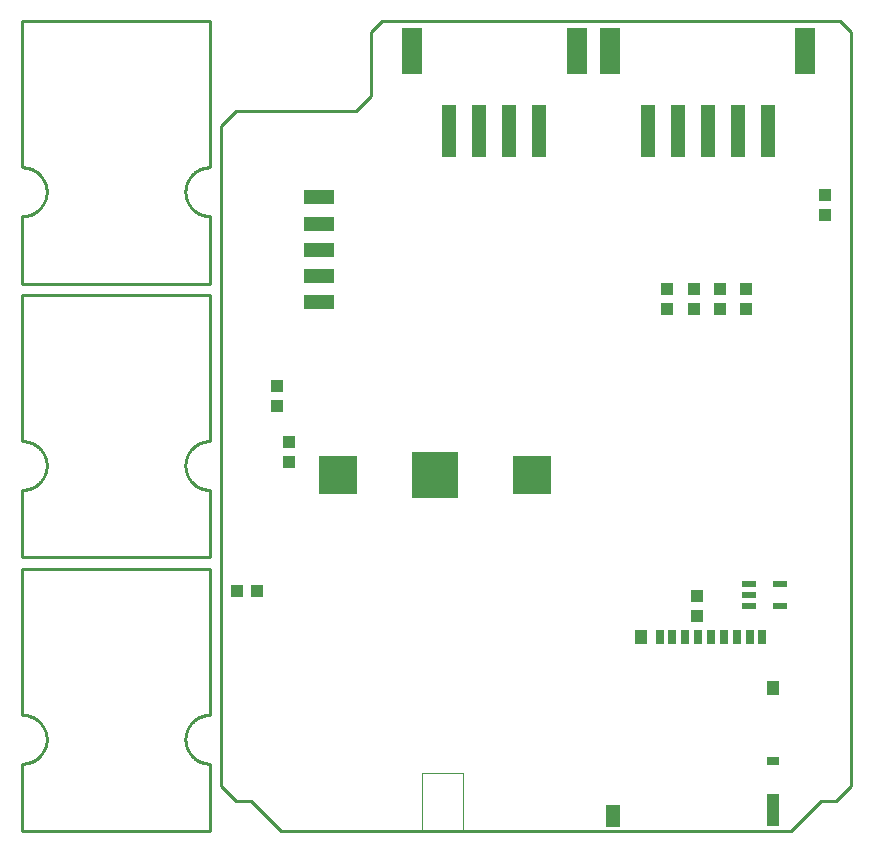
<source format=gbp>
G75*
%MOIN*%
%OFA0B0*%
%FSLAX25Y25*%
%IPPOS*%
%LPD*%
%AMOC8*
5,1,8,0,0,1.08239X$1,22.5*
%
%ADD10C,0.01000*%
%ADD11R,0.04331X0.03937*%
%ADD12R,0.03937X0.04331*%
%ADD13R,0.15354X0.15354*%
%ADD14R,0.12598X0.12598*%
%ADD15R,0.04724X0.02165*%
%ADD16R,0.02756X0.04724*%
%ADD17R,0.03937X0.04724*%
%ADD18R,0.03937X0.03150*%
%ADD19R,0.03937X0.11024*%
%ADD20R,0.05118X0.07480*%
%ADD21C,0.00000*%
%ADD22R,0.07087X0.15354*%
%ADD23R,0.05118X0.17717*%
%ADD24R,0.10000X0.05000*%
D10*
X0001500Y0005344D02*
X0001500Y0027844D01*
X0001698Y0027846D01*
X0001896Y0027854D01*
X0002093Y0027866D01*
X0002290Y0027883D01*
X0002487Y0027904D01*
X0002683Y0027931D01*
X0002878Y0027962D01*
X0003073Y0027998D01*
X0003267Y0028038D01*
X0003459Y0028084D01*
X0003651Y0028134D01*
X0003841Y0028188D01*
X0004030Y0028248D01*
X0004217Y0028312D01*
X0004403Y0028380D01*
X0004586Y0028453D01*
X0004769Y0028530D01*
X0004949Y0028612D01*
X0005127Y0028698D01*
X0005303Y0028789D01*
X0005477Y0028884D01*
X0005648Y0028983D01*
X0005817Y0029086D01*
X0005983Y0029193D01*
X0006147Y0029304D01*
X0006308Y0029419D01*
X0006466Y0029538D01*
X0006621Y0029661D01*
X0006773Y0029787D01*
X0006922Y0029918D01*
X0007068Y0030052D01*
X0007210Y0030189D01*
X0007349Y0030330D01*
X0007485Y0030474D01*
X0007617Y0030621D01*
X0007745Y0030772D01*
X0007870Y0030925D01*
X0007991Y0031082D01*
X0008108Y0031241D01*
X0008221Y0031404D01*
X0008330Y0031569D01*
X0008435Y0031736D01*
X0008536Y0031907D01*
X0008633Y0032079D01*
X0008726Y0032254D01*
X0008814Y0032431D01*
X0008898Y0032610D01*
X0008978Y0032791D01*
X0009053Y0032974D01*
X0009124Y0033159D01*
X0009190Y0033346D01*
X0009251Y0033534D01*
X0009308Y0033723D01*
X0009361Y0033914D01*
X0009409Y0034106D01*
X0009452Y0034299D01*
X0009490Y0034493D01*
X0009523Y0034688D01*
X0009552Y0034884D01*
X0009576Y0035080D01*
X0009596Y0035277D01*
X0009610Y0035475D01*
X0009620Y0035672D01*
X0009624Y0035870D01*
X0009624Y0036068D01*
X0009620Y0036266D01*
X0009610Y0036463D01*
X0009596Y0036661D01*
X0009576Y0036858D01*
X0009552Y0037054D01*
X0009523Y0037250D01*
X0009490Y0037445D01*
X0009452Y0037639D01*
X0009409Y0037832D01*
X0009361Y0038024D01*
X0009308Y0038215D01*
X0009251Y0038404D01*
X0009190Y0038592D01*
X0009124Y0038779D01*
X0009053Y0038964D01*
X0008978Y0039147D01*
X0008898Y0039328D01*
X0008814Y0039507D01*
X0008726Y0039684D01*
X0008633Y0039859D01*
X0008536Y0040032D01*
X0008435Y0040202D01*
X0008330Y0040369D01*
X0008221Y0040534D01*
X0008108Y0040697D01*
X0007991Y0040856D01*
X0007870Y0041013D01*
X0007745Y0041166D01*
X0007617Y0041317D01*
X0007485Y0041464D01*
X0007349Y0041608D01*
X0007210Y0041749D01*
X0007068Y0041886D01*
X0006922Y0042020D01*
X0006773Y0042151D01*
X0006621Y0042277D01*
X0006466Y0042400D01*
X0006308Y0042519D01*
X0006147Y0042634D01*
X0005983Y0042745D01*
X0005817Y0042852D01*
X0005648Y0042955D01*
X0005477Y0043054D01*
X0005303Y0043149D01*
X0005127Y0043240D01*
X0004949Y0043326D01*
X0004769Y0043408D01*
X0004586Y0043485D01*
X0004403Y0043558D01*
X0004217Y0043626D01*
X0004030Y0043690D01*
X0003841Y0043750D01*
X0003651Y0043804D01*
X0003459Y0043854D01*
X0003267Y0043900D01*
X0003073Y0043940D01*
X0002878Y0043976D01*
X0002683Y0044007D01*
X0002487Y0044034D01*
X0002290Y0044055D01*
X0002093Y0044072D01*
X0001896Y0044084D01*
X0001698Y0044092D01*
X0001500Y0044094D01*
X0001500Y0092844D01*
X0064000Y0092844D01*
X0064000Y0044094D01*
X0063802Y0044092D01*
X0063604Y0044084D01*
X0063407Y0044072D01*
X0063210Y0044055D01*
X0063013Y0044034D01*
X0062817Y0044007D01*
X0062622Y0043976D01*
X0062427Y0043940D01*
X0062233Y0043900D01*
X0062041Y0043854D01*
X0061849Y0043804D01*
X0061659Y0043750D01*
X0061470Y0043690D01*
X0061283Y0043626D01*
X0061097Y0043558D01*
X0060914Y0043485D01*
X0060731Y0043408D01*
X0060551Y0043326D01*
X0060373Y0043240D01*
X0060197Y0043149D01*
X0060023Y0043054D01*
X0059852Y0042955D01*
X0059683Y0042852D01*
X0059517Y0042745D01*
X0059353Y0042634D01*
X0059192Y0042519D01*
X0059034Y0042400D01*
X0058879Y0042277D01*
X0058727Y0042151D01*
X0058578Y0042020D01*
X0058432Y0041886D01*
X0058290Y0041749D01*
X0058151Y0041608D01*
X0058015Y0041464D01*
X0057883Y0041317D01*
X0057755Y0041166D01*
X0057630Y0041013D01*
X0057509Y0040856D01*
X0057392Y0040697D01*
X0057279Y0040534D01*
X0057170Y0040369D01*
X0057065Y0040202D01*
X0056964Y0040031D01*
X0056867Y0039859D01*
X0056774Y0039684D01*
X0056686Y0039507D01*
X0056602Y0039328D01*
X0056522Y0039147D01*
X0056447Y0038964D01*
X0056376Y0038779D01*
X0056310Y0038592D01*
X0056249Y0038404D01*
X0056192Y0038215D01*
X0056139Y0038024D01*
X0056091Y0037832D01*
X0056048Y0037639D01*
X0056010Y0037445D01*
X0055977Y0037250D01*
X0055948Y0037054D01*
X0055924Y0036858D01*
X0055904Y0036661D01*
X0055890Y0036463D01*
X0055880Y0036266D01*
X0055876Y0036068D01*
X0055876Y0035870D01*
X0055880Y0035672D01*
X0055890Y0035475D01*
X0055904Y0035277D01*
X0055924Y0035080D01*
X0055948Y0034884D01*
X0055977Y0034688D01*
X0056010Y0034493D01*
X0056048Y0034299D01*
X0056091Y0034106D01*
X0056139Y0033914D01*
X0056192Y0033723D01*
X0056249Y0033534D01*
X0056310Y0033346D01*
X0056376Y0033159D01*
X0056447Y0032974D01*
X0056522Y0032791D01*
X0056602Y0032610D01*
X0056686Y0032431D01*
X0056774Y0032254D01*
X0056867Y0032079D01*
X0056964Y0031906D01*
X0057065Y0031736D01*
X0057170Y0031569D01*
X0057279Y0031404D01*
X0057392Y0031241D01*
X0057509Y0031082D01*
X0057630Y0030925D01*
X0057755Y0030772D01*
X0057883Y0030621D01*
X0058015Y0030474D01*
X0058151Y0030330D01*
X0058290Y0030189D01*
X0058432Y0030052D01*
X0058578Y0029918D01*
X0058727Y0029787D01*
X0058879Y0029661D01*
X0059034Y0029538D01*
X0059192Y0029419D01*
X0059353Y0029304D01*
X0059517Y0029193D01*
X0059683Y0029086D01*
X0059852Y0028983D01*
X0060023Y0028884D01*
X0060197Y0028789D01*
X0060373Y0028698D01*
X0060551Y0028612D01*
X0060731Y0028530D01*
X0060914Y0028453D01*
X0061097Y0028380D01*
X0061283Y0028312D01*
X0061470Y0028248D01*
X0061659Y0028188D01*
X0061849Y0028134D01*
X0062041Y0028084D01*
X0062233Y0028038D01*
X0062427Y0027998D01*
X0062622Y0027962D01*
X0062817Y0027931D01*
X0063013Y0027904D01*
X0063210Y0027883D01*
X0063407Y0027866D01*
X0063604Y0027854D01*
X0063802Y0027846D01*
X0064000Y0027844D01*
X0064000Y0005344D01*
X0001500Y0005344D01*
X0067750Y0020344D02*
X0072750Y0015344D01*
X0077750Y0015344D01*
X0087750Y0005344D01*
X0257750Y0005344D01*
X0267750Y0015344D01*
X0272750Y0015344D01*
X0277750Y0020344D01*
X0277750Y0271594D01*
X0274000Y0275344D01*
X0121500Y0275344D01*
X0117750Y0271594D01*
X0117750Y0250344D01*
X0112750Y0245344D01*
X0072750Y0245344D01*
X0067750Y0240344D01*
X0067750Y0020344D01*
X0064000Y0096594D02*
X0001500Y0096594D01*
X0001500Y0119094D01*
X0001698Y0119096D01*
X0001896Y0119104D01*
X0002093Y0119116D01*
X0002290Y0119133D01*
X0002487Y0119154D01*
X0002683Y0119181D01*
X0002878Y0119212D01*
X0003073Y0119248D01*
X0003267Y0119288D01*
X0003459Y0119334D01*
X0003651Y0119384D01*
X0003841Y0119438D01*
X0004030Y0119498D01*
X0004217Y0119562D01*
X0004403Y0119630D01*
X0004586Y0119703D01*
X0004769Y0119780D01*
X0004949Y0119862D01*
X0005127Y0119948D01*
X0005303Y0120039D01*
X0005477Y0120134D01*
X0005648Y0120233D01*
X0005817Y0120336D01*
X0005983Y0120443D01*
X0006147Y0120554D01*
X0006308Y0120669D01*
X0006466Y0120788D01*
X0006621Y0120911D01*
X0006773Y0121037D01*
X0006922Y0121168D01*
X0007068Y0121302D01*
X0007210Y0121439D01*
X0007349Y0121580D01*
X0007485Y0121724D01*
X0007617Y0121871D01*
X0007745Y0122022D01*
X0007870Y0122175D01*
X0007991Y0122332D01*
X0008108Y0122491D01*
X0008221Y0122654D01*
X0008330Y0122819D01*
X0008435Y0122986D01*
X0008536Y0123157D01*
X0008633Y0123329D01*
X0008726Y0123504D01*
X0008814Y0123681D01*
X0008898Y0123860D01*
X0008978Y0124041D01*
X0009053Y0124224D01*
X0009124Y0124409D01*
X0009190Y0124596D01*
X0009251Y0124784D01*
X0009308Y0124973D01*
X0009361Y0125164D01*
X0009409Y0125356D01*
X0009452Y0125549D01*
X0009490Y0125743D01*
X0009523Y0125938D01*
X0009552Y0126134D01*
X0009576Y0126330D01*
X0009596Y0126527D01*
X0009610Y0126725D01*
X0009620Y0126922D01*
X0009624Y0127120D01*
X0009624Y0127318D01*
X0009620Y0127516D01*
X0009610Y0127713D01*
X0009596Y0127911D01*
X0009576Y0128108D01*
X0009552Y0128304D01*
X0009523Y0128500D01*
X0009490Y0128695D01*
X0009452Y0128889D01*
X0009409Y0129082D01*
X0009361Y0129274D01*
X0009308Y0129465D01*
X0009251Y0129654D01*
X0009190Y0129842D01*
X0009124Y0130029D01*
X0009053Y0130214D01*
X0008978Y0130397D01*
X0008898Y0130578D01*
X0008814Y0130757D01*
X0008726Y0130934D01*
X0008633Y0131109D01*
X0008536Y0131282D01*
X0008435Y0131452D01*
X0008330Y0131619D01*
X0008221Y0131784D01*
X0008108Y0131947D01*
X0007991Y0132106D01*
X0007870Y0132263D01*
X0007745Y0132416D01*
X0007617Y0132567D01*
X0007485Y0132714D01*
X0007349Y0132858D01*
X0007210Y0132999D01*
X0007068Y0133136D01*
X0006922Y0133270D01*
X0006773Y0133401D01*
X0006621Y0133527D01*
X0006466Y0133650D01*
X0006308Y0133769D01*
X0006147Y0133884D01*
X0005983Y0133995D01*
X0005817Y0134102D01*
X0005648Y0134205D01*
X0005477Y0134304D01*
X0005303Y0134399D01*
X0005127Y0134490D01*
X0004949Y0134576D01*
X0004769Y0134658D01*
X0004586Y0134735D01*
X0004403Y0134808D01*
X0004217Y0134876D01*
X0004030Y0134940D01*
X0003841Y0135000D01*
X0003651Y0135054D01*
X0003459Y0135104D01*
X0003267Y0135150D01*
X0003073Y0135190D01*
X0002878Y0135226D01*
X0002683Y0135257D01*
X0002487Y0135284D01*
X0002290Y0135305D01*
X0002093Y0135322D01*
X0001896Y0135334D01*
X0001698Y0135342D01*
X0001500Y0135344D01*
X0001500Y0184094D01*
X0064000Y0184094D01*
X0064000Y0135344D01*
X0063802Y0135342D01*
X0063604Y0135334D01*
X0063407Y0135322D01*
X0063210Y0135305D01*
X0063013Y0135284D01*
X0062817Y0135257D01*
X0062622Y0135226D01*
X0062427Y0135190D01*
X0062233Y0135150D01*
X0062041Y0135104D01*
X0061849Y0135054D01*
X0061659Y0135000D01*
X0061470Y0134940D01*
X0061283Y0134876D01*
X0061097Y0134808D01*
X0060914Y0134735D01*
X0060731Y0134658D01*
X0060551Y0134576D01*
X0060373Y0134490D01*
X0060197Y0134399D01*
X0060023Y0134304D01*
X0059852Y0134205D01*
X0059683Y0134102D01*
X0059517Y0133995D01*
X0059353Y0133884D01*
X0059192Y0133769D01*
X0059034Y0133650D01*
X0058879Y0133527D01*
X0058727Y0133401D01*
X0058578Y0133270D01*
X0058432Y0133136D01*
X0058290Y0132999D01*
X0058151Y0132858D01*
X0058015Y0132714D01*
X0057883Y0132567D01*
X0057755Y0132416D01*
X0057630Y0132263D01*
X0057509Y0132106D01*
X0057392Y0131947D01*
X0057279Y0131784D01*
X0057170Y0131619D01*
X0057065Y0131452D01*
X0056964Y0131282D01*
X0056867Y0131109D01*
X0056774Y0130934D01*
X0056686Y0130757D01*
X0056602Y0130578D01*
X0056522Y0130397D01*
X0056447Y0130214D01*
X0056376Y0130029D01*
X0056310Y0129842D01*
X0056249Y0129654D01*
X0056192Y0129465D01*
X0056139Y0129274D01*
X0056091Y0129082D01*
X0056048Y0128889D01*
X0056010Y0128695D01*
X0055977Y0128500D01*
X0055948Y0128304D01*
X0055924Y0128108D01*
X0055904Y0127911D01*
X0055890Y0127713D01*
X0055880Y0127516D01*
X0055876Y0127318D01*
X0055876Y0127120D01*
X0055880Y0126922D01*
X0055890Y0126725D01*
X0055904Y0126527D01*
X0055924Y0126330D01*
X0055948Y0126134D01*
X0055977Y0125938D01*
X0056010Y0125743D01*
X0056048Y0125549D01*
X0056091Y0125356D01*
X0056139Y0125164D01*
X0056192Y0124973D01*
X0056249Y0124784D01*
X0056310Y0124596D01*
X0056376Y0124409D01*
X0056447Y0124224D01*
X0056522Y0124041D01*
X0056602Y0123860D01*
X0056686Y0123681D01*
X0056774Y0123504D01*
X0056867Y0123329D01*
X0056964Y0123156D01*
X0057065Y0122986D01*
X0057170Y0122819D01*
X0057279Y0122654D01*
X0057392Y0122491D01*
X0057509Y0122332D01*
X0057630Y0122175D01*
X0057755Y0122022D01*
X0057883Y0121871D01*
X0058015Y0121724D01*
X0058151Y0121580D01*
X0058290Y0121439D01*
X0058432Y0121302D01*
X0058578Y0121168D01*
X0058727Y0121037D01*
X0058879Y0120911D01*
X0059034Y0120788D01*
X0059192Y0120669D01*
X0059353Y0120554D01*
X0059517Y0120443D01*
X0059683Y0120336D01*
X0059852Y0120233D01*
X0060023Y0120134D01*
X0060197Y0120039D01*
X0060373Y0119948D01*
X0060551Y0119862D01*
X0060731Y0119780D01*
X0060914Y0119703D01*
X0061097Y0119630D01*
X0061283Y0119562D01*
X0061470Y0119498D01*
X0061659Y0119438D01*
X0061849Y0119384D01*
X0062041Y0119334D01*
X0062233Y0119288D01*
X0062427Y0119248D01*
X0062622Y0119212D01*
X0062817Y0119181D01*
X0063013Y0119154D01*
X0063210Y0119133D01*
X0063407Y0119116D01*
X0063604Y0119104D01*
X0063802Y0119096D01*
X0064000Y0119094D01*
X0064000Y0096594D01*
X0064000Y0187844D02*
X0001500Y0187844D01*
X0001500Y0210344D01*
X0001698Y0210346D01*
X0001896Y0210354D01*
X0002093Y0210366D01*
X0002290Y0210383D01*
X0002487Y0210404D01*
X0002683Y0210431D01*
X0002878Y0210462D01*
X0003073Y0210498D01*
X0003267Y0210538D01*
X0003459Y0210584D01*
X0003651Y0210634D01*
X0003841Y0210688D01*
X0004030Y0210748D01*
X0004217Y0210812D01*
X0004403Y0210880D01*
X0004586Y0210953D01*
X0004769Y0211030D01*
X0004949Y0211112D01*
X0005127Y0211198D01*
X0005303Y0211289D01*
X0005477Y0211384D01*
X0005648Y0211483D01*
X0005817Y0211586D01*
X0005983Y0211693D01*
X0006147Y0211804D01*
X0006308Y0211919D01*
X0006466Y0212038D01*
X0006621Y0212161D01*
X0006773Y0212287D01*
X0006922Y0212418D01*
X0007068Y0212552D01*
X0007210Y0212689D01*
X0007349Y0212830D01*
X0007485Y0212974D01*
X0007617Y0213121D01*
X0007745Y0213272D01*
X0007870Y0213425D01*
X0007991Y0213582D01*
X0008108Y0213741D01*
X0008221Y0213904D01*
X0008330Y0214069D01*
X0008435Y0214236D01*
X0008536Y0214407D01*
X0008633Y0214579D01*
X0008726Y0214754D01*
X0008814Y0214931D01*
X0008898Y0215110D01*
X0008978Y0215291D01*
X0009053Y0215474D01*
X0009124Y0215659D01*
X0009190Y0215846D01*
X0009251Y0216034D01*
X0009308Y0216223D01*
X0009361Y0216414D01*
X0009409Y0216606D01*
X0009452Y0216799D01*
X0009490Y0216993D01*
X0009523Y0217188D01*
X0009552Y0217384D01*
X0009576Y0217580D01*
X0009596Y0217777D01*
X0009610Y0217975D01*
X0009620Y0218172D01*
X0009624Y0218370D01*
X0009624Y0218568D01*
X0009620Y0218766D01*
X0009610Y0218963D01*
X0009596Y0219161D01*
X0009576Y0219358D01*
X0009552Y0219554D01*
X0009523Y0219750D01*
X0009490Y0219945D01*
X0009452Y0220139D01*
X0009409Y0220332D01*
X0009361Y0220524D01*
X0009308Y0220715D01*
X0009251Y0220904D01*
X0009190Y0221092D01*
X0009124Y0221279D01*
X0009053Y0221464D01*
X0008978Y0221647D01*
X0008898Y0221828D01*
X0008814Y0222007D01*
X0008726Y0222184D01*
X0008633Y0222359D01*
X0008536Y0222532D01*
X0008435Y0222702D01*
X0008330Y0222869D01*
X0008221Y0223034D01*
X0008108Y0223197D01*
X0007991Y0223356D01*
X0007870Y0223513D01*
X0007745Y0223666D01*
X0007617Y0223817D01*
X0007485Y0223964D01*
X0007349Y0224108D01*
X0007210Y0224249D01*
X0007068Y0224386D01*
X0006922Y0224520D01*
X0006773Y0224651D01*
X0006621Y0224777D01*
X0006466Y0224900D01*
X0006308Y0225019D01*
X0006147Y0225134D01*
X0005983Y0225245D01*
X0005817Y0225352D01*
X0005648Y0225455D01*
X0005477Y0225554D01*
X0005303Y0225649D01*
X0005127Y0225740D01*
X0004949Y0225826D01*
X0004769Y0225908D01*
X0004586Y0225985D01*
X0004403Y0226058D01*
X0004217Y0226126D01*
X0004030Y0226190D01*
X0003841Y0226250D01*
X0003651Y0226304D01*
X0003459Y0226354D01*
X0003267Y0226400D01*
X0003073Y0226440D01*
X0002878Y0226476D01*
X0002683Y0226507D01*
X0002487Y0226534D01*
X0002290Y0226555D01*
X0002093Y0226572D01*
X0001896Y0226584D01*
X0001698Y0226592D01*
X0001500Y0226594D01*
X0001500Y0275344D01*
X0064000Y0275344D01*
X0064000Y0226594D01*
X0063802Y0226592D01*
X0063604Y0226584D01*
X0063407Y0226572D01*
X0063210Y0226555D01*
X0063013Y0226534D01*
X0062817Y0226507D01*
X0062622Y0226476D01*
X0062427Y0226440D01*
X0062233Y0226400D01*
X0062041Y0226354D01*
X0061849Y0226304D01*
X0061659Y0226250D01*
X0061470Y0226190D01*
X0061283Y0226126D01*
X0061097Y0226058D01*
X0060914Y0225985D01*
X0060731Y0225908D01*
X0060551Y0225826D01*
X0060373Y0225740D01*
X0060197Y0225649D01*
X0060023Y0225554D01*
X0059852Y0225455D01*
X0059683Y0225352D01*
X0059517Y0225245D01*
X0059353Y0225134D01*
X0059192Y0225019D01*
X0059034Y0224900D01*
X0058879Y0224777D01*
X0058727Y0224651D01*
X0058578Y0224520D01*
X0058432Y0224386D01*
X0058290Y0224249D01*
X0058151Y0224108D01*
X0058015Y0223964D01*
X0057883Y0223817D01*
X0057755Y0223666D01*
X0057630Y0223513D01*
X0057509Y0223356D01*
X0057392Y0223197D01*
X0057279Y0223034D01*
X0057170Y0222869D01*
X0057065Y0222702D01*
X0056964Y0222532D01*
X0056867Y0222359D01*
X0056774Y0222184D01*
X0056686Y0222007D01*
X0056602Y0221828D01*
X0056522Y0221647D01*
X0056447Y0221464D01*
X0056376Y0221279D01*
X0056310Y0221092D01*
X0056249Y0220904D01*
X0056192Y0220715D01*
X0056139Y0220524D01*
X0056091Y0220332D01*
X0056048Y0220139D01*
X0056010Y0219945D01*
X0055977Y0219750D01*
X0055948Y0219554D01*
X0055924Y0219358D01*
X0055904Y0219161D01*
X0055890Y0218963D01*
X0055880Y0218766D01*
X0055876Y0218568D01*
X0055876Y0218370D01*
X0055880Y0218172D01*
X0055890Y0217975D01*
X0055904Y0217777D01*
X0055924Y0217580D01*
X0055948Y0217384D01*
X0055977Y0217188D01*
X0056010Y0216993D01*
X0056048Y0216799D01*
X0056091Y0216606D01*
X0056139Y0216414D01*
X0056192Y0216223D01*
X0056249Y0216034D01*
X0056310Y0215846D01*
X0056376Y0215659D01*
X0056447Y0215474D01*
X0056522Y0215291D01*
X0056602Y0215110D01*
X0056686Y0214931D01*
X0056774Y0214754D01*
X0056867Y0214579D01*
X0056964Y0214406D01*
X0057065Y0214236D01*
X0057170Y0214069D01*
X0057279Y0213904D01*
X0057392Y0213741D01*
X0057509Y0213582D01*
X0057630Y0213425D01*
X0057755Y0213272D01*
X0057883Y0213121D01*
X0058015Y0212974D01*
X0058151Y0212830D01*
X0058290Y0212689D01*
X0058432Y0212552D01*
X0058578Y0212418D01*
X0058727Y0212287D01*
X0058879Y0212161D01*
X0059034Y0212038D01*
X0059192Y0211919D01*
X0059353Y0211804D01*
X0059517Y0211693D01*
X0059683Y0211586D01*
X0059852Y0211483D01*
X0060023Y0211384D01*
X0060197Y0211289D01*
X0060373Y0211198D01*
X0060551Y0211112D01*
X0060731Y0211030D01*
X0060914Y0210953D01*
X0061097Y0210880D01*
X0061283Y0210812D01*
X0061470Y0210748D01*
X0061659Y0210688D01*
X0061849Y0210634D01*
X0062041Y0210584D01*
X0062233Y0210538D01*
X0062427Y0210498D01*
X0062622Y0210462D01*
X0062817Y0210431D01*
X0063013Y0210404D01*
X0063210Y0210383D01*
X0063407Y0210366D01*
X0063604Y0210354D01*
X0063802Y0210346D01*
X0064000Y0210344D01*
X0064000Y0187844D01*
D11*
X0216500Y0186191D03*
X0216500Y0179498D03*
X0225250Y0179498D03*
X0225250Y0186191D03*
X0234000Y0186191D03*
X0234000Y0179498D03*
X0242750Y0179498D03*
X0242750Y0186191D03*
X0269000Y0210748D03*
X0269000Y0217441D03*
D12*
X0226500Y0083691D03*
X0226500Y0076998D03*
X0090250Y0128248D03*
X0090250Y0134941D03*
X0086500Y0146998D03*
X0086500Y0153691D03*
X0079846Y0085344D03*
X0073154Y0085344D03*
D13*
X0139000Y0124094D03*
D14*
X0106717Y0124094D03*
X0171283Y0124094D03*
D15*
X0243881Y0087835D03*
X0243881Y0084094D03*
X0243881Y0080354D03*
X0254119Y0080354D03*
X0254119Y0087835D03*
D16*
X0247957Y0069951D03*
X0244217Y0069951D03*
X0239886Y0069951D03*
X0235555Y0069951D03*
X0231224Y0069951D03*
X0226894Y0069951D03*
X0222563Y0069951D03*
X0218232Y0069951D03*
X0213902Y0069951D03*
D17*
X0207799Y0069951D03*
X0251697Y0053022D03*
D18*
X0251697Y0028612D03*
D19*
X0251697Y0012274D03*
D20*
X0198547Y0010502D03*
D21*
X0148242Y0005477D02*
X0148242Y0024724D01*
X0134758Y0024724D01*
X0134758Y0005477D01*
D22*
X0131250Y0265344D03*
X0186250Y0265344D03*
X0197500Y0265344D03*
X0262500Y0265344D03*
D23*
X0250000Y0238844D03*
X0240000Y0238844D03*
X0230000Y0238844D03*
X0220000Y0238844D03*
X0210000Y0238844D03*
X0173750Y0238844D03*
X0163750Y0238844D03*
X0153750Y0238844D03*
X0143750Y0238844D03*
D24*
X0100250Y0216594D03*
X0100250Y0207844D03*
X0100250Y0199094D03*
X0100250Y0190344D03*
X0100250Y0181594D03*
M02*

</source>
